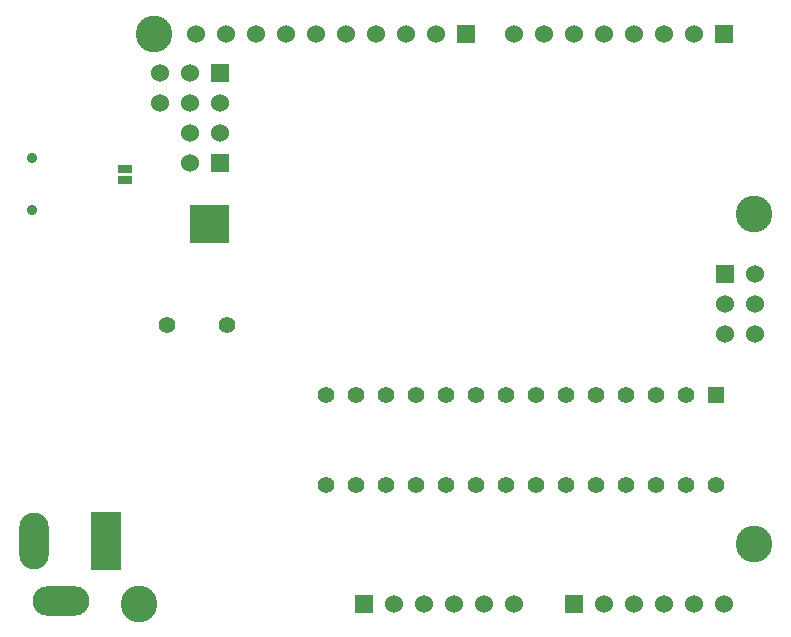
<source format=gbs>
G04 (created by PCBNEW (2013-07-24 BZR 4024)-stable) date Tue 30 Jun 2015 02:25:37 PM NZST*
%MOIN*%
G04 Gerber Fmt 3.4, Leading zero omitted, Abs format*
%FSLAX34Y34*%
G01*
G70*
G90*
G04 APERTURE LIST*
%ADD10C,0.00590551*%
%ADD11R,0.06X0.06*%
%ADD12C,0.06*%
%ADD13C,0.0354*%
%ADD14C,0.056*%
%ADD15C,0.055*%
%ADD16R,0.055X0.055*%
%ADD17O,0.0984252X0.189*%
%ADD18R,0.0984252X0.19685*%
%ADD19O,0.189X0.0984252*%
%ADD20R,0.0708661X0.0708661*%
%ADD21R,0.045X0.025*%
%ADD22C,0.122*%
G04 APERTURE END LIST*
G54D10*
G54D11*
X18200Y-12300D03*
G54D12*
X18200Y-13300D03*
X17200Y-12300D03*
X17200Y-13300D03*
X16200Y-12300D03*
X16200Y-13300D03*
G54D13*
X11950Y-16866D03*
X11950Y-15134D03*
G54D11*
X18200Y-15300D03*
G54D12*
X17200Y-15300D03*
X18200Y-14300D03*
X17200Y-14300D03*
G54D14*
X16450Y-20700D03*
X18450Y-20700D03*
G54D15*
X33750Y-23050D03*
X32750Y-23050D03*
X31750Y-23050D03*
X30750Y-23050D03*
X29750Y-23050D03*
X28750Y-23050D03*
X27750Y-23050D03*
X26750Y-23050D03*
X25750Y-23050D03*
X24750Y-23050D03*
X23750Y-23050D03*
X22750Y-23050D03*
X21750Y-23050D03*
G54D16*
X34750Y-23050D03*
G54D15*
X21750Y-26050D03*
X22750Y-26050D03*
X23750Y-26050D03*
X24750Y-26050D03*
X25750Y-26050D03*
X26750Y-26050D03*
X27750Y-26050D03*
X28750Y-26050D03*
X29750Y-26050D03*
X30750Y-26050D03*
X31750Y-26050D03*
X32750Y-26050D03*
X33750Y-26050D03*
X34750Y-26050D03*
G54D11*
X35000Y-11000D03*
G54D12*
X34000Y-11000D03*
X33000Y-11000D03*
X32000Y-11000D03*
X31000Y-11000D03*
X30000Y-11000D03*
X29000Y-11000D03*
X28000Y-11000D03*
G54D11*
X30000Y-30000D03*
G54D12*
X31000Y-30000D03*
X32000Y-30000D03*
X33000Y-30000D03*
X34000Y-30000D03*
X35000Y-30000D03*
G54D11*
X26400Y-11000D03*
G54D12*
X25400Y-11000D03*
X24400Y-11000D03*
X23400Y-11000D03*
X22400Y-11000D03*
X21400Y-11000D03*
X20400Y-11000D03*
X19400Y-11000D03*
X18400Y-11000D03*
X17400Y-11000D03*
G54D11*
X35050Y-19000D03*
G54D12*
X36050Y-19000D03*
X35050Y-20000D03*
X36050Y-20000D03*
X35050Y-21000D03*
X36050Y-21000D03*
G54D17*
X12000Y-27900D03*
G54D18*
X14400Y-27900D03*
G54D19*
X12900Y-29900D03*
G54D20*
X17535Y-17664D03*
X17535Y-17035D03*
X18164Y-17664D03*
X18164Y-17035D03*
G54D21*
X15048Y-15520D03*
X15048Y-15895D03*
G54D11*
X23000Y-30000D03*
G54D12*
X24000Y-30000D03*
X25000Y-30000D03*
X26000Y-30000D03*
X27000Y-30000D03*
X28000Y-30000D03*
G54D22*
X16000Y-11000D03*
X15500Y-30000D03*
X36000Y-28000D03*
X36000Y-17000D03*
M02*

</source>
